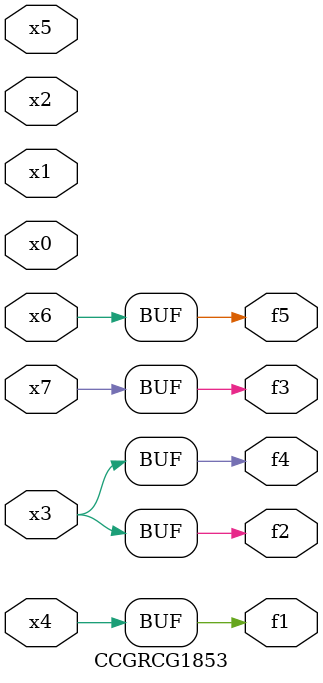
<source format=v>
module CCGRCG1853(
	input x0, x1, x2, x3, x4, x5, x6, x7,
	output f1, f2, f3, f4, f5
);
	assign f1 = x4;
	assign f2 = x3;
	assign f3 = x7;
	assign f4 = x3;
	assign f5 = x6;
endmodule

</source>
